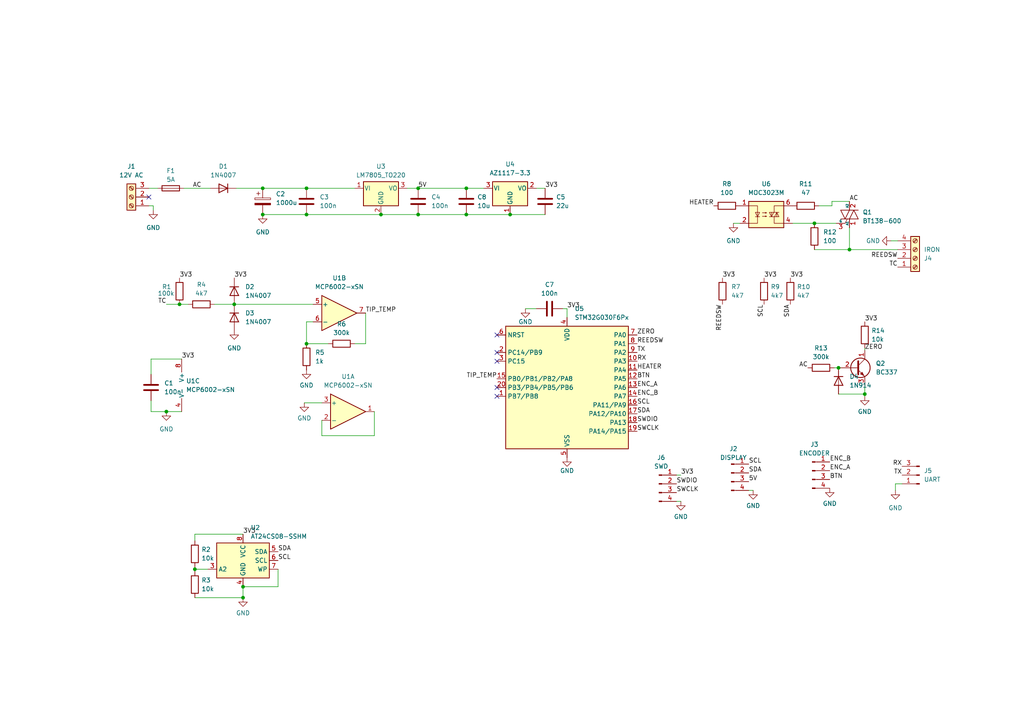
<source format=kicad_sch>
(kicad_sch (version 20230121) (generator eeschema)
  (paper "A4")
  (lib_symbols
    (symbol "Amplifier_Operational:MCP6002-xSN" (pin_names (offset 0.127))
      (property "Reference" "U" (at 0 5.08 0))
      (property "Value" "MCP6002-xSN" (at 0 -5.08 0))
      (symbol "MCP6002-xSN_1_1"
        (polyline (pts (xy -5.08 5.08) (xy 5.08 0) (xy -5.08 -5.08) (xy -5.08 5.08)) (stroke (width 0.254)) (fill (type background)))
        (pin output line (at 7.62 0 180) (length 2.54) (name "~") (number "1"))
        (pin input line (at -7.62 -2.54 0) (length 2.54) (name "-") (number "2"))
        (pin input line (at -7.62 2.54 0) (length 2.54) (name "+") (number "3"))
      )
      (symbol "MCP6002-xSN_2_1"
        (polyline (pts (xy -5.08 5.08) (xy 5.08 0) (xy -5.08 -5.08) (xy -5.08 5.08)) (stroke (width 0.254)) (fill (type background)))
        (pin input line (at -7.62 2.54 0) (length 2.54) (name "+") (number "5"))
        (pin input line (at -7.62 -2.54 0) (length 2.54) (name "-") (number "6"))
        (pin output line (at 7.62 0 180) (length 2.54) (name "~") (number "7"))
      )
      (symbol "MCP6002-xSN_3_1"
        (pin power_in line (at -2.54 -7.62 90) (length 3.81) (name "V-") (number "4"))
        (pin power_in line (at -2.54 7.62 270) (length 3.81) (name "V+") (number "8"))
      )
    )
    (symbol "Connector:Conn_01x03_Pin" (pin_names (offset 1.016) hide)
      (property "Reference" "J" (at 0 5.08 0))
      (property "Value" "Conn_01x03_Pin" (at 0 -5.08 0))
      (symbol "Conn_01x03_Pin_1_1"
        (polyline (pts (xy 1.27 -2.54) (xy 0.8636 -2.54)) (stroke (width 0.1524)))
        (polyline (pts (xy 1.27 0) (xy 0.8636 0)) (stroke (width 0.1524)))
        (polyline (pts (xy 1.27 2.54) (xy 0.8636 2.54)) (stroke (width 0.1524)))
        (rectangle (start 0.8636 -2.413) (end 0 -2.667) (stroke (width 0.1524)) (fill (type outline)))
        (rectangle (start 0.8636 0.127) (end 0 -0.127) (stroke (width 0.1524)) (fill (type outline)))
        (rectangle (start 0.8636 2.667) (end 0 2.413) (stroke (width 0.1524)) (fill (type outline)))
        (pin passive line (at 5.08 2.54 180) (length 3.81) (name "Pin_1") (number "1"))
        (pin passive line (at 5.08 0 180) (length 3.81) (name "Pin_2") (number "2"))
        (pin passive line (at 5.08 -2.54 180) (length 3.81) (name "Pin_3") (number "3"))
      )
    )
    (symbol "Connector:Conn_01x04_Pin" (pin_names (offset 1.016) hide)
      (property "Reference" "J" (at 0 5.08 0))
      (property "Value" "Conn_01x04_Pin" (at 0 -7.62 0))
      (symbol "Conn_01x04_Pin_1_1"
        (polyline (pts (xy 1.27 -5.08) (xy 0.8636 -5.08)) (stroke (width 0.1524)))
        (polyline (pts (xy 1.27 -2.54) (xy 0.8636 -2.54)) (stroke (width 0.1524)))
        (polyline (pts (xy 1.27 0) (xy 0.8636 0)) (stroke (width 0.1524)))
        (polyline (pts (xy 1.27 2.54) (xy 0.8636 2.54)) (stroke (width 0.1524)))
        (rectangle (start 0.8636 -4.953) (end 0 -5.207) (stroke (width 0.1524)) (fill (type outline)))
        (rectangle (start 0.8636 -2.413) (end 0 -2.667) (stroke (width 0.1524)) (fill (type outline)))
        (rectangle (start 0.8636 0.127) (end 0 -0.127) (stroke (width 0.1524)) (fill (type outline)))
        (rectangle (start 0.8636 2.667) (end 0 2.413) (stroke (width 0.1524)) (fill (type outline)))
        (pin passive line (at 5.08 2.54 180) (length 3.81) (name "Pin_1") (number "1"))
        (pin passive line (at 5.08 0 180) (length 3.81) (name "Pin_2") (number "2"))
        (pin passive line (at 5.08 -2.54 180) (length 3.81) (name "Pin_3") (number "3"))
        (pin passive line (at 5.08 -5.08 180) (length 3.81) (name "Pin_4") (number "4"))
      )
    )
    (symbol "Connector:Screw_Terminal_01x03" (pin_names (offset 1.016) hide)
      (property "Reference" "J" (at 0 5.08 0))
      (property "Value" "Screw_Terminal_01x03" (at 0 -5.08 0))
      (symbol "Screw_Terminal_01x03_1_1"
        (rectangle (start -1.27 3.81) (end 1.27 -3.81) (stroke (width 0.254)) (fill (type background)))
        (circle (center 0 -2.54) (radius 0.635) (stroke (width 0.1524)))
        (polyline (pts (xy -0.5334 -2.2098) (xy 0.3302 -3.048)) (stroke (width 0.1524)))
        (polyline (pts (xy -0.5334 0.3302) (xy 0.3302 -0.508)) (stroke (width 0.1524)))
        (polyline (pts (xy -0.5334 2.8702) (xy 0.3302 2.032)) (stroke (width 0.1524)))
        (polyline (pts (xy -0.3556 -2.032) (xy 0.508 -2.8702)) (stroke (width 0.1524)))
        (polyline (pts (xy -0.3556 0.508) (xy 0.508 -0.3302)) (stroke (width 0.1524)))
        (polyline (pts (xy -0.3556 3.048) (xy 0.508 2.2098)) (stroke (width 0.1524)))
        (circle (center 0 0) (radius 0.635) (stroke (width 0.1524)))
        (circle (center 0 2.54) (radius 0.635) (stroke (width 0.1524)))
        (pin passive line (at -5.08 2.54 0) (length 3.81) (name "Pin_1") (number "1"))
        (pin passive line (at -5.08 0 0) (length 3.81) (name "Pin_2") (number "2"))
        (pin passive line (at -5.08 -2.54 0) (length 3.81) (name "Pin_3") (number "3"))
      )
    )
    (symbol "Connector:Screw_Terminal_01x04" (pin_names (offset 1.016) hide)
      (property "Reference" "J" (at 0 5.08 0))
      (property "Value" "Screw_Terminal_01x04" (at 0 -7.62 0))
      (symbol "Screw_Terminal_01x04_1_1"
        (rectangle (start -1.27 3.81) (end 1.27 -6.35) (stroke (width 0.254)) (fill (type background)))
        (circle (center 0 -5.08) (radius 0.635) (stroke (width 0.1524)))
        (circle (center 0 -2.54) (radius 0.635) (stroke (width 0.1524)))
        (polyline (pts (xy -0.5334 -4.7498) (xy 0.3302 -5.588)) (stroke (width 0.1524)))
        (polyline (pts (xy -0.5334 -2.2098) (xy 0.3302 -3.048)) (stroke (width 0.1524)))
        (polyline (pts (xy -0.5334 0.3302) (xy 0.3302 -0.508)) (stroke (width 0.1524)))
        (polyline (pts (xy -0.5334 2.8702) (xy 0.3302 2.032)) (stroke (width 0.1524)))
        (polyline (pts (xy -0.3556 -4.572) (xy 0.508 -5.4102)) (stroke (width 0.1524)))
        (polyline (pts (xy -0.3556 -2.032) (xy 0.508 -2.8702)) (stroke (width 0.1524)))
        (polyline (pts (xy -0.3556 0.508) (xy 0.508 -0.3302)) (stroke (width 0.1524)))
        (polyline (pts (xy -0.3556 3.048) (xy 0.508 2.2098)) (stroke (width 0.1524)))
        (circle (center 0 0) (radius 0.635) (stroke (width 0.1524)))
        (circle (center 0 2.54) (radius 0.635) (stroke (width 0.1524)))
        (pin passive line (at -5.08 2.54 0) (length 3.81) (name "Pin_1") (number "1"))
        (pin passive line (at -5.08 0 0) (length 3.81) (name "Pin_2") (number "2"))
        (pin passive line (at -5.08 -2.54 0) (length 3.81) (name "Pin_3") (number "3"))
        (pin passive line (at -5.08 -5.08 0) (length 3.81) (name "Pin_4") (number "4"))
      )
    )
    (symbol "Device:C" (pin_numbers hide) (pin_names (offset 0.254))
      (property "Reference" "C" (at 0.635 2.54 0))
      (property "Value" "C" (at 0.635 -2.54 0))
      (symbol "C_0_1"
        (polyline (pts (xy -2.032 -0.762) (xy 2.032 -0.762)) (stroke (width 0.508)))
        (polyline (pts (xy -2.032 0.762) (xy 2.032 0.762)) (stroke (width 0.508)))
      )
      (symbol "C_1_1"
        (pin passive line (at 0 3.81 270) (length 2.794) (name "~") (number "1"))
        (pin passive line (at 0 -3.81 90) (length 2.794) (name "~") (number "2"))
      )
    )
    (symbol "Device:C_Polarized" (pin_numbers hide) (pin_names (offset 0.254))
      (property "Reference" "C" (at 0.635 2.54 0))
      (property "Value" "C_Polarized" (at 0.635 -2.54 0))
      (symbol "C_Polarized_0_1"
        (rectangle (start -2.286 0.508) (end 2.286 1.016))
        (polyline (pts (xy -1.778 2.286) (xy -0.762 2.286)))
        (polyline (pts (xy -1.27 2.794) (xy -1.27 1.778)))
        (rectangle (start 2.286 -0.508) (end -2.286 -1.016) (fill (type outline)))
      )
      (symbol "C_Polarized_1_1"
        (pin passive line (at 0 3.81 270) (length 2.794) (name "~") (number "1"))
        (pin passive line (at 0 -3.81 90) (length 2.794) (name "~") (number "2"))
      )
    )
    (symbol "Device:D" (pin_numbers hide) (pin_names (offset 1.016) hide)
      (property "Reference" "D" (at 0 2.54 0))
      (property "Value" "D" (at 0 -2.54 0))
      (symbol "D_0_1"
        (polyline (pts (xy -1.27 1.27) (xy -1.27 -1.27)) (stroke (width 0.254)))
        (polyline (pts (xy 1.27 0) (xy -1.27 0)))
        (polyline (pts (xy 1.27 1.27) (xy 1.27 -1.27) (xy -1.27 0) (xy 1.27 1.27)) (stroke (width 0.254)))
      )
      (symbol "D_1_1"
        (pin passive line (at -3.81 0 0) (length 2.54) (name "K") (number "1"))
        (pin passive line (at 3.81 0 180) (length 2.54) (name "A") (number "2"))
      )
    )
    (symbol "Device:Fuse" (pin_numbers hide) (pin_names (offset 0))
      (property "Reference" "F" (at 2.032 0 90))
      (property "Value" "Fuse" (at -1.905 0 90))
      (symbol "Fuse_0_1"
        (rectangle (start -0.762 -2.54) (end 0.762 2.54) (stroke (width 0.254)))
        (polyline (pts (xy 0 2.54) (xy 0 -2.54)))
      )
      (symbol "Fuse_1_1"
        (pin passive line (at 0 3.81 270) (length 1.27) (name "~") (number "1"))
        (pin passive line (at 0 -3.81 90) (length 1.27) (name "~") (number "2"))
      )
    )
    (symbol "Device:R" (pin_numbers hide) (pin_names (offset 0))
      (property "Reference" "R" (at 2.032 0 90))
      (property "Value" "R" (at 0 0 90))
      (symbol "R_0_1"
        (rectangle (start -1.016 -2.54) (end 1.016 2.54) (stroke (width 0.254)))
      )
      (symbol "R_1_1"
        (pin passive line (at 0 3.81 270) (length 1.27) (name "~") (number "1"))
        (pin passive line (at 0 -3.81 90) (length 1.27) (name "~") (number "2"))
      )
    )
    (symbol "Diode:1N914" (pin_numbers hide) (pin_names hide)
      (property "Reference" "D" (at 0 2.54 0))
      (property "Value" "1N914" (at 0 -2.54 0))
      (symbol "1N914_0_1"
        (polyline (pts (xy -1.27 1.27) (xy -1.27 -1.27)) (stroke (width 0.254)))
        (polyline (pts (xy 1.27 0) (xy -1.27 0)))
        (polyline (pts (xy 1.27 1.27) (xy 1.27 -1.27) (xy -1.27 0) (xy 1.27 1.27)) (stroke (width 0.254)))
      )
      (symbol "1N914_1_1"
        (pin passive line (at -3.81 0 0) (length 2.54) (name "K") (number "1"))
        (pin passive line (at 3.81 0 180) (length 2.54) (name "A") (number "2"))
      )
    )
    (symbol "MCU_ST_STM32G0:STM32G030F6Px"
      (property "Reference" "U" (at -17.78 19.05 0))
      (property "Value" "STM32G030F6Px" (at 2.54 19.05 0))
      (symbol "STM32G030F6Px_0_1"
        (rectangle (start -17.78 -17.78) (end 17.78 17.78) (stroke (width 0.254)) (fill (type background)))
      )
      (symbol "STM32G030F6Px_1_1"
        (pin bidirectional line (at -20.32 -2.54 0) (length 2.54) (name "PB7/PB8") (number "1"))
        (pin bidirectional line (at 20.32 7.62 180) (length 2.54) (name "PA3") (number "10"))
        (pin bidirectional line (at 20.32 5.08 180) (length 2.54) (name "PA4") (number "11"))
        (pin bidirectional line (at 20.32 2.54 180) (length 2.54) (name "PA5") (number "12"))
        (pin bidirectional line (at 20.32 0 180) (length 2.54) (name "PA6") (number "13"))
        (pin bidirectional line (at 20.32 -2.54 180) (length 2.54) (name "PA7") (number "14"))
        (pin bidirectional line (at -20.32 2.54 0) (length 2.54) (name "PB0/PB1/PB2/PA8") (number "15"))
        (pin bidirectional line (at 20.32 -5.08 180) (length 2.54) (name "PA11/PA9") (number "16"))
        (pin bidirectional line (at 20.32 -7.62 180) (length 2.54) (name "PA12/PA10") (number "17"))
        (pin bidirectional line (at 20.32 -10.16 180) (length 2.54) (name "PA13") (number "18"))
        (pin bidirectional line (at 20.32 -12.7 180) (length 2.54) (name "PA14/PA15") (number "19"))
        (pin bidirectional line (at -20.32 10.16 0) (length 2.54) (name "PC14/PB9") (number "2"))
        (pin bidirectional line (at -20.32 0 0) (length 2.54) (name "PB3/PB4/PB5/PB6") (number "20"))
        (pin bidirectional line (at -20.32 7.62 0) (length 2.54) (name "PC15") (number "3"))
        (pin power_in line (at 0 20.32 270) (length 2.54) (name "VDD") (number "4"))
        (pin power_in line (at 0 -20.32 90) (length 2.54) (name "VSS") (number "5"))
        (pin input line (at -20.32 15.24 0) (length 2.54) (name "NRST") (number "6"))
        (pin bidirectional line (at 20.32 15.24 180) (length 2.54) (name "PA0") (number "7"))
        (pin bidirectional line (at 20.32 12.7 180) (length 2.54) (name "PA1") (number "8"))
        (pin bidirectional line (at 20.32 10.16 180) (length 2.54) (name "PA2") (number "9"))
      )
    )
    (symbol "Memory_EEPROM:AT24CS08-SSHM"
      (property "Reference" "U" (at -7.62 6.35 0))
      (property "Value" "AT24CS08-SSHM" (at 2.54 -6.35 0))
      (symbol "AT24CS08-SSHM_1_1"
        (rectangle (start -7.62 5.08) (end 7.62 -5.08) (stroke (width 0.254)) (fill (type background)))
        (pin no_connect line (at -7.62 2.54 0) (length 2.54) hide (name "NC") (number "1"))
        (pin no_connect line (at -7.62 0 0) (length 2.54) hide (name "NC") (number "2"))
        (pin input line (at -10.16 -2.54 0) (length 2.54) (name "A2") (number "3"))
        (pin power_in line (at 0 -7.62 90) (length 2.54) (name "GND") (number "4"))
        (pin bidirectional line (at 10.16 2.54 180) (length 2.54) (name "SDA") (number "5"))
        (pin input line (at 10.16 0 180) (length 2.54) (name "SCL") (number "6"))
        (pin input line (at 10.16 -2.54 180) (length 2.54) (name "WP") (number "7"))
        (pin power_in line (at 0 7.62 270) (length 2.54) (name "VCC") (number "8"))
      )
    )
    (symbol "Regulator_Linear:AZ1117-3.3" (pin_names (offset 0.254))
      (property "Reference" "U" (at -3.81 3.175 0))
      (property "Value" "AZ1117-3.3" (at 0 3.175 0))
      (symbol "AZ1117-3.3_0_1"
        (rectangle (start -5.08 1.905) (end 5.08 -5.08) (stroke (width 0.254)) (fill (type background)))
      )
      (symbol "AZ1117-3.3_1_1"
        (pin power_in line (at 0 -7.62 90) (length 2.54) (name "GND") (number "1"))
        (pin power_out line (at 7.62 0 180) (length 2.54) (name "VO") (number "2"))
        (pin power_in line (at -7.62 0 0) (length 2.54) (name "VI") (number "3"))
      )
    )
    (symbol "Regulator_Linear:LM7805_TO220" (pin_names (offset 0.254))
      (property "Reference" "U" (at -3.81 3.175 0))
      (property "Value" "LM7805_TO220" (at 0 3.175 0))
      (symbol "LM7805_TO220_0_1"
        (rectangle (start -5.08 1.905) (end 5.08 -5.08) (stroke (width 0.254)) (fill (type background)))
      )
      (symbol "LM7805_TO220_1_1"
        (pin power_in line (at -7.62 0 0) (length 2.54) (name "VI") (number "1"))
        (pin power_in line (at 0 -7.62 90) (length 2.54) (name "GND") (number "2"))
        (pin power_out line (at 7.62 0 180) (length 2.54) (name "VO") (number "3"))
      )
    )
    (symbol "Relay_SolidState:MOC3023M"
      (property "Reference" "U" (at -5.334 4.826 0))
      (property "Value" "MOC3023M" (at 0 5.08 0))
      (symbol "MOC3023M_0_1"
        (rectangle (start -5.08 3.81) (end 5.08 -3.81) (stroke (width 0.254)) (fill (type background)))
        (polyline (pts (xy -3.175 -0.635) (xy -1.905 -0.635)))
        (polyline (pts (xy 1.524 -0.635) (xy 1.524 0.635)))
        (polyline (pts (xy 3.048 0.635) (xy 3.048 -0.635)))
        (polyline (pts (xy 2.286 -0.635) (xy 2.286 -2.54) (xy 5.08 -2.54)))
        (polyline (pts (xy 2.286 0.635) (xy 2.286 2.54) (xy 5.08 2.54)))
        (polyline (pts (xy -5.08 2.54) (xy -2.54 2.54) (xy -2.54 -2.54) (xy -5.08 -2.54)))
        (polyline (pts (xy -2.54 -0.635) (xy -3.175 0.635) (xy -1.905 0.635) (xy -2.54 -0.635)))
        (polyline (pts (xy 0.889 -0.635) (xy 3.683 -0.635) (xy 3.048 0.635) (xy 2.413 -0.635)))
        (polyline (pts (xy 3.683 0.635) (xy 0.889 0.635) (xy 1.524 -0.635) (xy 2.159 0.635)))
        (polyline (pts (xy -1.143 -0.508) (xy 0.127 -0.508) (xy -0.254 -0.635) (xy -0.254 -0.381) (xy 0.127 -0.508)))
        (polyline (pts (xy -1.143 0.508) (xy 0.127 0.508) (xy -0.254 0.381) (xy -0.254 0.635) (xy 0.127 0.508)))
      )
      (symbol "MOC3023M_1_1"
        (pin passive line (at -7.62 2.54 0) (length 2.54) (name "~") (number "1"))
        (pin passive line (at -7.62 -2.54 0) (length 2.54) (name "~") (number "2"))
        (pin no_connect line (at -5.08 0 0) (length 2.54) hide (name "NC") (number "3"))
        (pin passive line (at 7.62 -2.54 180) (length 2.54) (name "~") (number "4"))
        (pin no_connect line (at 5.08 0 180) (length 2.54) hide (name "NC") (number "5"))
        (pin passive line (at 7.62 2.54 180) (length 2.54) (name "~") (number "6"))
      )
    )
    (symbol "Transistor_BJT:BC337" (pin_names (offset 0) hide)
      (property "Reference" "Q" (at 5.08 1.905 0))
      (property "Value" "BC337" (at 5.08 0 0))
      (symbol "BC337_0_1"
        (polyline (pts (xy 0 0) (xy 0.635 0)))
        (polyline (pts (xy 0.635 0.635) (xy 2.54 2.54)))
        (polyline (pts (xy 0.635 -0.635) (xy 2.54 -2.54) (xy 2.54 -2.54)))
        (polyline (pts (xy 0.635 1.905) (xy 0.635 -1.905) (xy 0.635 -1.905)) (stroke (width 0.508)))
        (polyline (pts (xy 1.27 -1.778) (xy 1.778 -1.27) (xy 2.286 -2.286) (xy 1.27 -1.778) (xy 1.27 -1.778)) (fill (type outline)))
        (circle (center 1.27 0) (radius 2.8194) (stroke (width 0.254)))
      )
      (symbol "BC337_1_1"
        (pin passive line (at 2.54 5.08 270) (length 2.54) (name "C") (number "1"))
        (pin input line (at -5.08 0 0) (length 5.08) (name "B") (number "2"))
        (pin passive line (at 2.54 -5.08 90) (length 2.54) (name "E") (number "3"))
      )
    )
    (symbol "Triac_Thyristor:BT138-600" (pin_names (offset 0))
      (property "Reference" "Q" (at 5.08 1.905 0))
      (property "Value" "BT138-600" (at 5.08 0 0))
      (symbol "BT138-600_0_1"
        (polyline (pts (xy -2.54 -1.27) (xy 2.54 -1.27)) (stroke (width 0.2032)))
        (polyline (pts (xy -2.54 1.27) (xy 2.54 1.27)) (stroke (width 0.2032)))
        (polyline (pts (xy -1.27 -2.54) (xy -0.635 -1.27)))
        (polyline (pts (xy -2.54 1.27) (xy -1.27 -1.27) (xy 0 1.27)) (stroke (width 0.2032)))
        (polyline (pts (xy 0 -1.27) (xy 1.27 1.27) (xy 2.54 -1.27)) (stroke (width 0.2032)))
      )
      (symbol "BT138-600_1_1"
        (pin passive line (at 0 -3.81 90) (length 2.54) (name "A1") (number "1"))
        (pin passive line (at 0 3.81 270) (length 2.54) (name "A2") (number "2"))
        (pin input line (at -3.81 -2.54 0) (length 2.54) (name "G") (number "3"))
      )
    )
    (symbol "power:GND" (power) (pin_names (offset 0))
      (property "Value" "GND" (at 0 -3.81 0))
      (symbol "GND_0_1"
        (polyline (pts (xy 0 0) (xy 0 -1.27) (xy 1.27 -1.27) (xy 0 -2.54) (xy -1.27 -1.27) (xy 0 -1.27)))
      )
      (symbol "GND_1_1"
        (pin power_in line (at 0 0 270) (length 0) hide (name "GND") (number "1"))
      )
    )
  )
  (junction (at 88.9 54.61))
  (junction (at 88.9 99.695))
  (junction (at 135.255 54.61))
  (junction (at 121.285 54.61))
  (junction (at 110.49 62.23))
  (junction (at 147.955 62.23))
  (junction (at 243.205 106.68))
  (junction (at 246.38 72.39))
  (junction (at 52.07 88.265))
  (junction (at 70.485 170.18))
  (junction (at 56.515 165.1))
  (junction (at 250.825 114.3))
  (junction (at 76.2 62.23))
  (junction (at 236.22 64.77))
  (junction (at 121.285 62.23))
  (junction (at 88.9 62.23))
  (junction (at 48.26 119.38))
  (junction (at 76.2 54.61))
  (junction (at 67.945 88.265))
  (junction (at 135.255 62.23))
  (junction (at 70.485 173.355))
  (no_connect (at 144.145 104.775))
  (no_connect (at 144.145 114.935))
  (no_connect (at 144.145 97.155))
  (no_connect (at 43.18 57.15))
  (no_connect (at 144.145 102.235))
  (no_connect (at 144.145 112.395))
  (wire (pts (xy 70.485 154.94) (xy 56.515 154.94)))
  (wire (pts (xy 152.4 89.535) (xy 155.575 89.535)))
  (wire (pts (xy 250.825 114.3) (xy 250.825 111.76)))
  (wire (pts (xy 70.485 170.18) (xy 80.645 170.18)))
  (wire (pts (xy 196.215 137.795) (xy 197.485 137.795)))
  (wire (pts (xy 88.265 116.84) (xy 93.345 116.84)))
  (wire (pts (xy 88.9 99.695) (xy 95.25 99.695)))
  (wire (pts (xy 243.205 114.3) (xy 250.825 114.3)))
  (wire (pts (xy 52.07 88.265) (xy 54.61 88.265)))
  (wire (pts (xy 258.445 69.85) (xy 260.35 69.85)))
  (wire (pts (xy 212.725 64.77) (xy 214.63 64.77)))
  (wire (pts (xy 56.515 165.1) (xy 56.515 165.735)))
  (wire (pts (xy 56.515 165.1) (xy 60.325 165.1)))
  (wire (pts (xy 76.2 62.23) (xy 88.9 62.23)))
  (wire (pts (xy 44.45 59.69) (xy 44.45 60.96)))
  (wire (pts (xy 93.345 121.92) (xy 93.345 126.365)))
  (wire (pts (xy 76.2 54.61) (xy 88.9 54.61)))
  (wire (pts (xy 155.575 54.61) (xy 158.115 54.61)))
  (wire (pts (xy 53.34 54.61) (xy 60.96 54.61)))
  (wire (pts (xy 106.045 99.695) (xy 106.045 90.805)))
  (wire (pts (xy 250.825 114.3) (xy 250.825 114.935)))
  (wire (pts (xy 88.9 54.61) (xy 102.87 54.61)))
  (wire (pts (xy 43.815 108.585) (xy 43.815 104.14)))
  (wire (pts (xy 110.49 62.23) (xy 121.285 62.23)))
  (wire (pts (xy 147.955 62.23) (xy 158.115 62.23)))
  (wire (pts (xy 246.38 72.39) (xy 246.38 66.04)))
  (wire (pts (xy 236.22 64.77) (xy 242.57 64.77)))
  (wire (pts (xy 88.9 62.23) (xy 110.49 62.23)))
  (wire (pts (xy 56.515 173.355) (xy 70.485 173.355)))
  (wire (pts (xy 246.38 72.39) (xy 260.35 72.39)))
  (wire (pts (xy 237.49 59.69) (xy 241.3 59.69)))
  (wire (pts (xy 259.715 142.24) (xy 259.715 140.335)))
  (wire (pts (xy 70.485 173.355) (xy 70.485 170.18)))
  (wire (pts (xy 250.825 100.965) (xy 250.825 101.6)))
  (wire (pts (xy 241.935 106.68) (xy 243.205 106.68)))
  (wire (pts (xy 135.255 54.61) (xy 140.335 54.61)))
  (wire (pts (xy 43.18 54.61) (xy 45.72 54.61)))
  (wire (pts (xy 48.26 88.265) (xy 52.07 88.265)))
  (wire (pts (xy 43.18 59.69) (xy 44.45 59.69)))
  (wire (pts (xy 163.195 89.535) (xy 164.465 89.535)))
  (wire (pts (xy 217.17 142.24) (xy 218.44 142.24)))
  (wire (pts (xy 102.87 99.695) (xy 106.045 99.695)))
  (wire (pts (xy 229.87 64.77) (xy 236.22 64.77)))
  (wire (pts (xy 56.515 154.94) (xy 56.515 156.845)))
  (wire (pts (xy 68.58 54.61) (xy 76.2 54.61)))
  (wire (pts (xy 108.585 126.365) (xy 108.585 119.38)))
  (wire (pts (xy 241.3 58.42) (xy 246.38 58.42)))
  (wire (pts (xy 121.285 54.61) (xy 135.255 54.61)))
  (wire (pts (xy 121.285 62.23) (xy 135.255 62.23)))
  (wire (pts (xy 43.815 116.205) (xy 43.815 119.38)))
  (wire (pts (xy 135.255 62.23) (xy 147.955 62.23)))
  (wire (pts (xy 241.3 59.69) (xy 241.3 58.42)))
  (wire (pts (xy 90.805 93.345) (xy 88.9 93.345)))
  (wire (pts (xy 88.9 93.345) (xy 88.9 99.695)))
  (wire (pts (xy 56.515 164.465) (xy 56.515 165.1)))
  (wire (pts (xy 43.815 104.14) (xy 52.705 104.14)))
  (wire (pts (xy 67.945 88.265) (xy 90.805 88.265)))
  (wire (pts (xy 62.23 88.265) (xy 67.945 88.265)))
  (wire (pts (xy 48.26 119.38) (xy 52.705 119.38)))
  (wire (pts (xy 118.11 54.61) (xy 121.285 54.61)))
  (wire (pts (xy 196.215 145.415) (xy 197.485 145.415)))
  (wire (pts (xy 236.22 72.39) (xy 246.38 72.39)))
  (wire (pts (xy 164.465 89.535) (xy 164.465 92.075)))
  (wire (pts (xy 259.715 140.335) (xy 261.62 140.335)))
  (wire (pts (xy 43.815 119.38) (xy 48.26 119.38)))
  (wire (pts (xy 80.645 170.18) (xy 80.645 165.1)))
  (wire (pts (xy 93.345 126.365) (xy 108.585 126.365)))
  (label "3V3" (at 52.07 80.645 0))
  (label "SDA" (at 217.17 137.16 0))
  (label "TC" (at 260.35 77.47 180))
  (label "3V3" (at 67.945 80.645 0))
  (label "ENC_A" (at 240.665 136.525 0))
  (label "ENC_B" (at 240.665 133.985 0))
  (label "BTN" (at 184.785 109.855 0))
  (label "AC" (at 234.315 106.68 180))
  (label "SDA" (at 184.785 120.015 0))
  (label "SDA" (at 80.645 160.02 0))
  (label "RX" (at 261.62 135.255 180))
  (label "SCL" (at 80.645 162.56 0))
  (label "ENC_B" (at 184.785 114.935 0))
  (label "5V" (at 217.17 139.7 0))
  (label "SWCLK" (at 196.215 142.875 0))
  (label "TX" (at 261.62 137.795 180))
  (label "3V3" (at 52.705 104.14 0))
  (label "TIP_TEMP" (at 106.045 90.805 0))
  (label "SWDIO" (at 196.215 140.335 0))
  (label "3V3" (at 229.235 80.645 0))
  (label "TC" (at 48.26 88.265 180))
  (label "AC" (at 246.38 58.42 0))
  (label "BTN" (at 240.665 139.065 0))
  (label "REEDSW" (at 209.55 88.265 270))
  (label "TX" (at 184.785 102.235 0))
  (label "REEDSW" (at 184.785 99.695 0))
  (label "AC" (at 55.88 54.61 0))
  (label "ENC_A" (at 184.785 112.395 0))
  (label "5V" (at 121.285 54.61 0))
  (label "3V3" (at 197.485 137.795 0))
  (label "SDA" (at 229.235 88.265 270))
  (label "3V3" (at 164.465 89.535 0))
  (label "SCL" (at 217.17 134.62 0))
  (label "TIP_TEMP" (at 144.145 109.855 180))
  (label "SWCLK" (at 184.785 125.095 0))
  (label "SCL" (at 184.785 117.475 0))
  (label "3V3" (at 158.115 54.61 0))
  (label "REEDSW" (at 260.35 74.93 180))
  (label "3V3" (at 250.825 93.345 0))
  (label "HEATER" (at 184.785 107.315 0))
  (label "HEATER" (at 207.01 59.69 180))
  (label "SWDIO" (at 184.785 122.555 0))
  (label "SCL" (at 221.615 88.265 270))
  (label "ZERO" (at 250.825 101.6 0))
  (label "ZERO" (at 184.785 97.155 0))
  (label "3V3" (at 209.55 80.645 0))
  (label "3V3" (at 70.485 154.94 0))
  (label "RX" (at 184.785 104.775 0))
  (label "3V3" (at 221.615 80.645 0))
  (symbol (lib_id "Device:D") (at 67.945 92.075 270) (unit 1)
    (property "Reference" "D3" (at 71.12 90.805 90) (effects (justify left)))
    (property "Value" "1N4007" (at 71.12 93.345 90) (effects (justify left)))
    (property "Footprint" "Diode_THT:D_DO-41_SOD81_P10.16mm_Horizontal" (effects hide))
    (property "Sim.Device" "D" (effects hide))
    (property "Sim.Pins" "1=K 2=A" (effects hide))
  )
  (symbol (lib_id "Regulator_Linear:LM7805_TO220") (at 110.49 54.61 0) (unit 1)
    (property "Reference" "U3" (at 110.49 48.26 0))
    (property "Value" "LM7805_TO220" (at 110.49 50.8 0))
    (property "Footprint" "Package_TO_SOT_THT:TO-220-3_Vertical" (effects hide))
    (property "Datasheet" "https://www.onsemi.cn/PowerSolutions/document/MC7800-D.PDF" (effects hide))
  )
  (symbol (lib_id "Connector:Conn_01x04_Pin") (at 212.09 137.16 0) (unit 1)
    (property "Reference" "J2" (at 212.725 130.175 0))
    (property "Value" "DISPLAY" (at 212.725 132.715 0))
    (property "Footprint" "Connector_PinHeader_2.54mm:PinHeader_1x04_P2.54mm_Vertical" (effects hide))
  )
  (symbol (lib_id "Memory_EEPROM:AT24CS08-SSHM") (at 70.485 162.56 0) (unit 1)
    (property "Reference" "U2" (at 72.6791 153.035 0) (effects (justify left)))
    (property "Value" "AT24CS08-SSHM" (at 72.6791 155.575 0) (effects (justify left)))
    (property "Footprint" "Package_SO:SOIC-8_3.9x4.9mm_P1.27mm" (effects hide))
    (property "Datasheet" "http://ww1.microchip.com/downloads/en/DeviceDoc/Atmel-8766-SEEPROM-AT24CS04-08-Datasheet.pdf" (effects hide))
  )
  (symbol (lib_id "Device:R") (at 221.615 84.455 0) (unit 1)
    (property "Reference" "R9" (at 223.52 83.185 0) (effects (justify left)))
    (property "Value" "4k7" (at 223.52 85.725 0) (effects (justify left)))
    (property "Footprint" "Resistor_THT:R_Axial_DIN0207_L6.3mm_D2.5mm_P7.62mm_Horizontal" (effects hide))
  )
  (symbol (lib_id "power:GND") (at 70.485 173.355 0) (unit 1)
    (property "Reference" "#PWR015" (effects hide))
    (property "Value" "GND" (at 70.485 177.8 0))
  )
  (symbol (lib_id "power:GND") (at 152.4 89.535 0) (unit 1)
    (property "Reference" "#PWR07" (effects hide))
    (property "Value" "GND" (at 152.4 93.345 0))
  )
  (symbol (lib_id "power:GND") (at 240.665 141.605 0) (unit 1)
    (property "Reference" "#PWR011" (effects hide))
    (property "Value" "GND" (at 240.665 146.05 0))
  )
  (symbol (lib_id "Device:C_Polarized") (at 76.2 58.42 0) (unit 1)
    (property "Reference" "C2" (at 80.01 56.261 0) (effects (justify left)))
    (property "Value" "1000u" (at 80.01 58.801 0) (effects (justify left)))
    (property "Footprint" "Capacitor_THT:CP_Radial_D13.0mm_P5.00mm" (effects hide))
  )
  (symbol (lib_id "Device:D") (at 64.77 54.61 180) (unit 1)
    (property "Reference" "D1" (at 64.77 48.26 0))
    (property "Value" "1N4007" (at 64.77 50.8 0))
    (property "Footprint" "Diode_THT:D_DO-41_SOD81_P10.16mm_Horizontal" (effects hide))
    (property "Sim.Device" "D" (effects hide))
    (property "Sim.Pins" "1=K 2=A" (effects hide))
  )
  (symbol (lib_id "Device:C") (at 158.115 58.42 0) (unit 1)
    (property "Reference" "C5" (at 161.29 57.15 0) (effects (justify left)))
    (property "Value" "22u" (at 161.29 59.69 0) (effects (justify left)))
    (property "Footprint" "Capacitor_SMD:C_1206_3216Metric_Pad1.33x1.80mm_HandSolder" (effects hide))
  )
  (symbol (lib_id "Connector:Conn_01x03_Pin") (at 266.7 137.795 180) (unit 1)
    (property "Reference" "J5" (at 267.97 136.525 0) (effects (justify right)))
    (property "Value" "UART" (at 267.97 139.065 0) (effects (justify right)))
    (property "Footprint" "Connector_PinHeader_2.54mm:PinHeader_1x03_P2.54mm_Vertical" (effects hide))
  )
  (symbol (lib_id "power:GND") (at 44.45 60.96 0) (unit 1)
    (property "Reference" "#PWR01" (effects hide))
    (property "Value" "GND" (at 44.45 66.04 0))
  )
  (symbol (lib_id "Device:R") (at 56.515 169.545 0) (unit 1)
    (property "Reference" "R3" (at 58.42 168.275 0) (effects (justify left)))
    (property "Value" "10k" (at 58.42 170.815 0) (effects (justify left)))
    (property "Footprint" "Resistor_SMD:R_0805_2012Metric_Pad1.20x1.40mm_HandSolder" (effects hide))
  )
  (symbol (lib_id "Device:R") (at 229.235 84.455 0) (unit 1)
    (property "Reference" "R10" (at 231.14 83.185 0) (effects (justify left)))
    (property "Value" "4k7" (at 231.14 85.725 0) (effects (justify left)))
    (property "Footprint" "Resistor_THT:R_Axial_DIN0207_L6.3mm_D2.5mm_P7.62mm_Horizontal" (effects hide))
  )
  (symbol (lib_id "Device:C") (at 135.255 58.42 0) (unit 1)
    (property "Reference" "C8" (at 138.43 57.15 0) (effects (justify left)))
    (property "Value" "10u" (at 138.43 59.69 0) (effects (justify left)))
    (property "Footprint" "Capacitor_SMD:C_1206_3216Metric_Pad1.33x1.80mm_HandSolder" (effects hide))
  )
  (symbol (lib_id "Device:Fuse") (at 49.53 54.61 90) (unit 1)
    (property "Reference" "F1" (at 49.53 49.53 90))
    (property "Value" "5A" (at 49.53 52.07 90))
    (property "Footprint" "Fuse:Fuseholder_Clip-5x20mm_Littelfuse_111_Inline_P20.00x5.00mm_D1.05mm_Horizontal" (effects hide))
  )
  (symbol (lib_id "power:GND") (at 212.725 64.77 0) (unit 1)
    (property "Reference" "#PWR09" (effects hide))
    (property "Value" "GND" (at 212.725 69.85 0))
  )
  (symbol (lib_id "power:GND") (at 250.825 114.935 0) (unit 1)
    (property "Reference" "#PWR012" (effects hide))
    (property "Value" "GND" (at 250.825 119.38 0))
  )
  (symbol (lib_id "Device:C") (at 121.285 58.42 0) (unit 1)
    (property "Reference" "C4" (at 125.095 57.15 0) (effects (justify left)))
    (property "Value" "100n" (at 125.095 59.69 0) (effects (justify left)))
    (property "Footprint" "Capacitor_SMD:C_0805_2012Metric_Pad1.18x1.45mm_HandSolder" (effects hide))
  )
  (symbol (lib_id "Diode:1N914") (at 243.205 110.49 270) (unit 1)
    (property "Reference" "D4" (at 246.38 109.22 90) (effects (justify left)))
    (property "Value" "1N914" (at 246.38 111.76 90) (effects (justify left)))
    (property "Footprint" "Diode_THT:D_DO-35_SOD27_P7.62mm_Horizontal" (effects hide))
    (property "Datasheet" "http://www.vishay.com/docs/85622/1n914.pdf" (effects hide))
    (property "Sim.Device" "D" (effects hide))
    (property "Sim.Pins" "1=K 2=A" (effects hide))
  )
  (symbol (lib_id "Device:R") (at 58.42 88.265 90) (unit 1)
    (property "Reference" "R4" (at 58.42 82.55 90))
    (property "Value" "4k7" (at 58.42 85.09 90))
    (property "Footprint" "Resistor_THT:R_Axial_DIN0207_L6.3mm_D2.5mm_P7.62mm_Horizontal" (effects hide))
  )
  (symbol (lib_id "Amplifier_Operational:MCP6002-xSN") (at 55.245 111.76 0) (unit 3)
    (property "Reference" "U1" (at 53.975 110.49 0) (effects (justify left)))
    (property "Value" "MCP6002-xSN" (at 53.975 113.03 0) (effects (justify left)))
    (property "Footprint" "Package_SO:SOIC-8_3.9x4.9mm_P1.27mm" (effects hide))
    (property "Datasheet" "http://ww1.microchip.com/downloads/en/DeviceDoc/21733j.pdf" (effects hide))
  )
  (symbol (lib_id "Device:D") (at 67.945 84.455 270) (unit 1)
    (property "Reference" "D2" (at 71.12 83.185 90) (effects (justify left)))
    (property "Value" "1N4007" (at 71.12 85.725 90) (effects (justify left)))
    (property "Footprint" "Diode_THT:D_DO-41_SOD81_P10.16mm_Horizontal" (effects hide))
    (property "Sim.Device" "D" (effects hide))
    (property "Sim.Pins" "1=K 2=A" (effects hide))
  )
  (symbol (lib_id "Device:R") (at 88.9 103.505 180) (unit 1)
    (property "Reference" "R5" (at 91.44 102.235 0) (effects (justify right)))
    (property "Value" "1k" (at 91.44 104.775 0) (effects (justify right)))
    (property "Footprint" "Resistor_SMD:R_0805_2012Metric_Pad1.20x1.40mm_HandSolder" (effects hide))
  )
  (symbol (lib_id "Device:R") (at 209.55 84.455 0) (unit 1)
    (property "Reference" "R7" (at 212.09 83.185 0) (effects (justify left)))
    (property "Value" "4k7" (at 212.09 85.725 0) (effects (justify left)))
    (property "Footprint" "Resistor_THT:R_Axial_DIN0207_L6.3mm_D2.5mm_P7.62mm_Horizontal" (effects hide))
  )
  (symbol (lib_id "Amplifier_Operational:MCP6002-xSN") (at 100.965 119.38 0) (unit 1)
    (property "Reference" "U1" (at 100.965 109.22 0))
    (property "Value" "MCP6002-xSN" (at 100.965 111.76 0))
    (property "Footprint" "Package_SO:SOIC-8_3.9x4.9mm_P1.27mm" (effects hide))
    (property "Datasheet" "http://ww1.microchip.com/downloads/en/DeviceDoc/21733j.pdf" (effects hide))
  )
  (symbol (lib_id "Device:R") (at 233.68 59.69 90) (unit 1)
    (property "Reference" "R11" (at 233.68 53.34 90))
    (property "Value" "47" (at 233.68 55.88 90))
    (property "Footprint" "Resistor_SMD:R_0805_2012Metric_Pad1.20x1.40mm_HandSolder" (effects hide))
  )
  (symbol (lib_id "Device:R") (at 238.125 106.68 90) (unit 1)
    (property "Reference" "R13" (at 238.125 100.965 90))
    (property "Value" "300k" (at 238.125 103.505 90))
    (property "Footprint" "Resistor_SMD:R_0805_2012Metric_Pad1.20x1.40mm_HandSolder" (effects hide))
  )
  (symbol (lib_id "power:GND") (at 258.445 69.85 270) (unit 1)
    (property "Reference" "#PWR013" (effects hide))
    (property "Value" "GND" (at 255.27 69.85 90) (effects (justify right)))
  )
  (symbol (lib_id "power:GND") (at 88.265 116.84 0) (unit 1)
    (property "Reference" "#PWR05" (effects hide))
    (property "Value" "GND" (at 88.265 121.285 0))
  )
  (symbol (lib_id "power:GND") (at 259.715 142.24 0) (unit 1)
    (property "Reference" "#PWR014" (effects hide))
    (property "Value" "GND" (at 259.715 147.32 0))
  )
  (symbol (lib_id "power:GND") (at 76.2 62.23 0) (unit 1)
    (property "Reference" "#PWR04" (effects hide))
    (property "Value" "GND" (at 76.2 67.31 0))
  )
  (symbol (lib_id "Connector:Screw_Terminal_01x03") (at 38.1 57.15 180) (unit 1)
    (property "Reference" "J1" (at 38.1 48.26 0))
    (property "Value" "12V AC" (at 38.1 50.8 0))
    (property "Footprint" "TerminalBlock_RND:TerminalBlock_RND_205-00013_1x03_P5.00mm_Horizontal" (effects hide))
  )
  (symbol (lib_id "MCU_ST_STM32G0:STM32G030F6Px") (at 164.465 112.395 0) (unit 1)
    (property "Reference" "U5" (at 166.6591 89.535 0) (effects (justify left)))
    (property "Value" "STM32G030F6Px" (at 166.6591 92.075 0) (effects (justify left)))
    (property "Footprint" "Package_SO:TSSOP-20_4.4x6.5mm_P0.65mm" (effects hide))
    (property "Datasheet" "https://www.st.com/resource/en/datasheet/stm32g030f6.pdf" (effects hide))
  )
  (symbol (lib_id "Connector:Conn_01x04_Pin") (at 235.585 136.525 0) (unit 1)
    (property "Reference" "J3" (at 236.22 128.905 0))
    (property "Value" "ENCODER" (at 236.22 131.445 0))
    (property "Footprint" "Connector_PinHeader_2.54mm:PinHeader_1x04_P2.54mm_Vertical" (effects hide))
  )
  (symbol (lib_id "power:GND") (at 218.44 142.24 0) (unit 1)
    (property "Reference" "#PWR010" (effects hide))
    (property "Value" "GND" (at 218.44 146.685 0))
  )
  (symbol (lib_id "Device:R") (at 52.07 84.455 0) (unit 1)
    (property "Reference" "R1" (at 46.99 83.185 0) (effects (justify left)))
    (property "Value" "100k" (at 45.72 85.09 0) (effects (justify left)))
    (property "Footprint" "Resistor_SMD:R_0805_2012Metric_Pad1.20x1.40mm_HandSolder" (effects hide))
  )
  (symbol (lib_id "power:GND") (at 88.9 107.315 0) (unit 1)
    (property "Reference" "#PWR06" (effects hide))
    (property "Value" "GND" (at 88.9 111.76 0))
  )
  (symbol (lib_id "Device:R") (at 99.06 99.695 90) (unit 1)
    (property "Reference" "R6" (at 99.06 93.98 90))
    (property "Value" "300k" (at 99.06 96.52 90))
    (property "Footprint" "Resistor_SMD:R_0805_2012Metric_Pad1.20x1.40mm_HandSolder" (effects hide))
  )
  (symbol (lib_id "Regulator_Linear:AZ1117-3.3") (at 147.955 54.61 0) (unit 1)
    (property "Reference" "U4" (at 147.955 47.625 0))
    (property "Value" "AZ1117-3.3" (at 147.955 50.165 0))
    (property "Footprint" "Package_TO_SOT_SMD:SOT-89-3_Handsoldering" (effects hide))
    (property "Datasheet" "https://www.diodes.com/assets/Datasheets/AZ1117.pdf" (effects hide))
  )
  (symbol (lib_id "power:GND") (at 197.485 145.415 0) (unit 1)
    (property "Reference" "#PWR016" (effects hide))
    (property "Value" "GND" (at 197.485 149.86 0))
  )
  (symbol (lib_id "Transistor_BJT:BC337") (at 248.285 106.68 0) (unit 1)
    (property "Reference" "Q2" (at 254 105.41 0) (effects (justify left)))
    (property "Value" "BC337" (at 254 107.95 0) (effects (justify left)))
    (property "Footprint" "Package_TO_SOT_THT:TO-92_Inline_Wide" (effects hide))
    (property "Datasheet" "https://diotec.com/tl_files/diotec/files/pdf/datasheets/bc337.pdf" (effects hide))
  )
  (symbol (lib_id "Triac_Thyristor:BT138-600") (at 246.38 62.23 0) (unit 1)
    (property "Reference" "Q1" (at 250.19 61.5442 0) (effects (justify left)))
    (property "Value" "BT138-600" (at 250.19 64.0842 0) (effects (justify left)))
    (property "Footprint" "Package_TO_SOT_THT:TO-220-3_Vertical" (effects hide))
    (property "Datasheet" "https://assets.nexperia.com/documents/data-sheet/BT138_SER_D_E.pdf" (effects hide))
  )
  (symbol (lib_id "power:GND") (at 67.945 95.885 0) (unit 1)
    (property "Reference" "#PWR03" (effects hide))
    (property "Value" "GND" (at 67.945 100.965 0))
  )
  (symbol (lib_id "Device:R") (at 250.825 97.155 0) (unit 1)
    (property "Reference" "R14" (at 252.73 95.885 0) (effects (justify left)))
    (property "Value" "10k" (at 252.73 98.425 0) (effects (justify left)))
    (property "Footprint" "Resistor_THT:R_Axial_DIN0207_L6.3mm_D2.5mm_P7.62mm_Horizontal" (effects hide))
  )
  (symbol (lib_id "Connector:Screw_Terminal_01x04") (at 265.43 74.93 0) (mirror x) (unit 1)
    (property "Reference" "J4" (at 267.97 74.93 0) (effects (justify left)))
    (property "Value" "IRON" (at 267.97 72.39 0) (effects (justify left)))
    (property "Footprint" "TerminalBlock_RND:TerminalBlock_RND_205-00014_1x04_P5.00mm_Horizontal" (effects hide))
  )
  (symbol (lib_id "Device:C") (at 159.385 89.535 90) (unit 1)
    (property "Reference" "C7" (at 159.385 82.55 90))
    (property "Value" "100n" (at 159.385 85.09 90))
    (property "Footprint" "Capacitor_SMD:C_0805_2012Metric_Pad1.18x1.45mm_HandSolder" (effects hide))
  )
  (symbol (lib_id "Amplifier_Operational:MCP6002-xSN") (at 98.425 90.805 0) (unit 2)
    (property "Reference" "U1" (at 98.425 80.645 0))
    (property "Value" "MCP6002-xSN" (at 98.425 83.185 0))
    (property "Footprint" "Package_SO:SOIC-8_3.9x4.9mm_P1.27mm" (effects hide))
    (property "Datasheet" "http://ww1.microchip.com/downloads/en/DeviceDoc/21733j.pdf" (effects hide))
  )
  (symbol (lib_id "power:GND") (at 48.26 119.38 0) (unit 1)
    (property "Reference" "#PWR02" (effects hide))
    (property "Value" "GND" (at 48.26 124.46 0))
  )
  (symbol (lib_id "Connector:Conn_01x04_Pin") (at 191.135 140.335 0) (unit 1)
    (property "Reference" "J6" (at 191.77 132.715 0))
    (property "Value" "SWD" (at 191.77 135.255 0))
    (property "Footprint" "Connector_PinHeader_2.54mm:PinHeader_1x04_P2.54mm_Vertical" (effects hide))
  )
  (symbol (lib_id "power:GND") (at 164.465 132.715 0) (unit 1)
    (property "Reference" "#PWR08" (effects hide))
    (property "Value" "GND" (at 164.465 136.525 0))
  )
  (symbol (lib_id "Device:C") (at 88.9 58.42 0) (unit 1)
    (property "Reference" "C3" (at 92.71 57.15 0) (effects (justify left)))
    (property "Value" "100n" (at 92.71 59.69 0) (effects (justify left)))
    (property "Footprint" "Capacitor_SMD:C_0805_2012Metric_Pad1.18x1.45mm_HandSolder" (effects hide))
  )
  (symbol (lib_id "Device:R") (at 210.82 59.69 270) (unit 1)
    (property "Reference" "R8" (at 210.82 53.34 90))
    (property "Value" "100" (at 210.82 55.88 90))
    (property "Footprint" "Resistor_THT:R_Axial_DIN0207_L6.3mm_D2.5mm_P7.62mm_Horizontal" (effects hide))
  )
  (symbol (lib_id "Relay_SolidState:MOC3023M") (at 222.25 62.23 0) (unit 1)
    (property "Reference" "U6" (at 222.25 53.34 0))
    (property "Value" "MOC3023M" (at 222.25 55.88 0))
    (property "Footprint" "Package_DIP:SMDIP-6_W9.53mm" (effects hide))
    (property "Datasheet" "https://www.onsemi.com/pub/Collateral/MOC3023M-D.PDF" (effects hide))
  )
  (symbol (lib_id "Device:R") (at 236.22 68.58 180) (unit 1)
    (property "Reference" "R12" (at 238.76 67.31 0) (effects (justify right)))
    (property "Value" "100" (at 238.76 69.85 0) (effects (justify right)))
    (property "Footprint" "Resistor_SMD:R_0805_2012Metric_Pad1.20x1.40mm_HandSolder" (effects hide))
  )
  (symbol (lib_id "Device:C") (at 43.815 112.395 0) (unit 1)
    (property "Reference" "C1" (at 47.625 111.125 0) (effects (justify left)))
    (property "Value" "100n" (at 47.625 113.665 0) (effects (justify left)))
    (property "Footprint" "Capacitor_SMD:C_0805_2012Metric_Pad1.18x1.45mm_HandSolder" (effects hide))
  )
  (symbol (lib_id "Device:R") (at 56.515 160.655 0) (unit 1)
    (property "Reference" "R2" (at 58.42 159.385 0) (effects (justify left)))
    (property "Value" "10k" (at 58.42 161.925 0) (effects (justify left)))
    (property "Footprint" "Resistor_SMD:R_0805_2012Metric_Pad1.20x1.40mm_HandSolder" (effects hide))
  )
)
</source>
